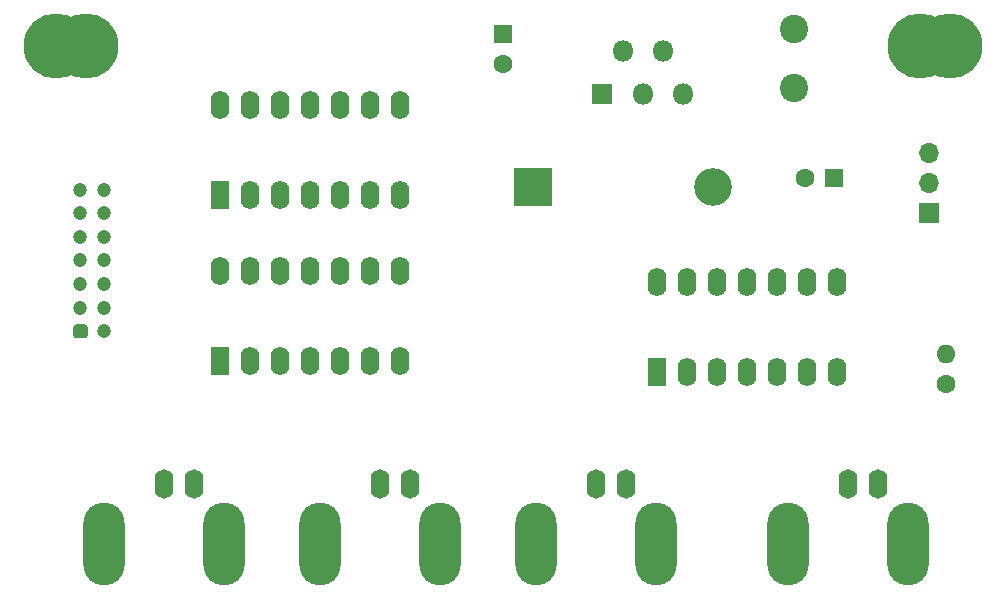
<source format=gbr>
G04 #@! TF.GenerationSoftware,KiCad,Pcbnew,5.1.7-a382d34a8~88~ubuntu20.04.1*
G04 #@! TF.CreationDate,2021-03-17T13:33:01+00:00*
G04 #@! TF.ProjectId,Lcr_addon,4c63725f-6164-4646-9f6e-2e6b69636164,rev?*
G04 #@! TF.SameCoordinates,Original*
G04 #@! TF.FileFunction,Soldermask,Bot*
G04 #@! TF.FilePolarity,Negative*
%FSLAX46Y46*%
G04 Gerber Fmt 4.6, Leading zero omitted, Abs format (unit mm)*
G04 Created by KiCad (PCBNEW 5.1.7-a382d34a8~88~ubuntu20.04.1) date 2021-03-17 13:33:01*
%MOMM*%
%LPD*%
G01*
G04 APERTURE LIST*
%ADD10C,1.600000*%
%ADD11R,1.600000X1.600000*%
%ADD12C,1.200000*%
%ADD13C,5.500000*%
%ADD14R,1.800000X1.800000*%
%ADD15O,1.800000X1.800000*%
%ADD16R,3.200000X3.200000*%
%ADD17O,3.200000X3.200000*%
%ADD18O,1.600000X2.500000*%
%ADD19O,3.500000X7.000000*%
%ADD20C,2.400000*%
%ADD21R,1.700000X1.700000*%
%ADD22O,1.700000X1.700000*%
%ADD23O,1.600000X1.600000*%
%ADD24R,1.600000X2.400000*%
%ADD25O,1.600000X2.400000*%
G04 APERTURE END LIST*
D10*
X78994000Y-57872000D03*
D11*
X78994000Y-55372000D03*
G36*
G01*
X43530001Y-81118000D02*
X42829999Y-81118000D01*
G75*
G02*
X42580000Y-80868001I0J249999D01*
G01*
X42580000Y-80167999D01*
G75*
G02*
X42829999Y-79918000I249999J0D01*
G01*
X43530001Y-79918000D01*
G75*
G02*
X43780000Y-80167999I0J-249999D01*
G01*
X43780000Y-80868001D01*
G75*
G02*
X43530001Y-81118000I-249999J0D01*
G01*
G37*
D12*
X43180000Y-78518000D03*
X43180000Y-76518000D03*
X43180000Y-74518000D03*
X43180000Y-72518000D03*
X43180000Y-70518000D03*
X43180000Y-68518000D03*
X45180000Y-80518000D03*
X45180000Y-78518000D03*
X45180000Y-76518000D03*
X45180000Y-74518000D03*
X45180000Y-72518000D03*
X45180000Y-70518000D03*
X45180000Y-68518000D03*
D13*
X116840000Y-56388000D03*
X114300000Y-56388000D03*
X43688000Y-56388000D03*
D14*
X87376000Y-60452000D03*
D15*
X89076000Y-56752000D03*
X90776000Y-60452000D03*
X92476000Y-56752000D03*
X94176000Y-60452000D03*
D11*
X107000000Y-67500000D03*
D10*
X104500000Y-67500000D03*
D16*
X81534000Y-68326000D03*
D17*
X96774000Y-68326000D03*
D18*
X110744000Y-93472000D03*
X108204000Y-93472000D03*
D19*
X103124000Y-98552000D03*
X113284000Y-98552000D03*
D18*
X71120000Y-93472000D03*
X68580000Y-93472000D03*
D19*
X63500000Y-98552000D03*
X73660000Y-98552000D03*
X91948000Y-98552000D03*
X81788000Y-98552000D03*
D18*
X86868000Y-93472000D03*
X89408000Y-93472000D03*
D19*
X55372000Y-98552000D03*
X45212000Y-98552000D03*
D18*
X50292000Y-93472000D03*
X52832000Y-93472000D03*
D20*
X103632000Y-59944000D03*
X103632000Y-54944000D03*
D21*
X115000000Y-70500000D03*
D22*
X115000000Y-67960000D03*
X115000000Y-65420000D03*
D13*
X41148000Y-56388000D03*
D10*
X116500000Y-85000000D03*
D23*
X116500000Y-82460000D03*
D24*
X55000000Y-69000000D03*
D25*
X70240000Y-61380000D03*
X57540000Y-69000000D03*
X67700000Y-61380000D03*
X60080000Y-69000000D03*
X65160000Y-61380000D03*
X62620000Y-69000000D03*
X62620000Y-61380000D03*
X65160000Y-69000000D03*
X60080000Y-61380000D03*
X67700000Y-69000000D03*
X57540000Y-61380000D03*
X70240000Y-69000000D03*
X55000000Y-61380000D03*
X55000000Y-75380000D03*
X70240000Y-83000000D03*
X57540000Y-75380000D03*
X67700000Y-83000000D03*
X60080000Y-75380000D03*
X65160000Y-83000000D03*
X62620000Y-75380000D03*
X62620000Y-83000000D03*
X65160000Y-75380000D03*
X60080000Y-83000000D03*
X67700000Y-75380000D03*
X57540000Y-83000000D03*
X70240000Y-75380000D03*
D24*
X55000000Y-83000000D03*
X92000000Y-84000000D03*
D25*
X107240000Y-76380000D03*
X94540000Y-84000000D03*
X104700000Y-76380000D03*
X97080000Y-84000000D03*
X102160000Y-76380000D03*
X99620000Y-84000000D03*
X99620000Y-76380000D03*
X102160000Y-84000000D03*
X97080000Y-76380000D03*
X104700000Y-84000000D03*
X94540000Y-76380000D03*
X107240000Y-84000000D03*
X92000000Y-76380000D03*
M02*

</source>
